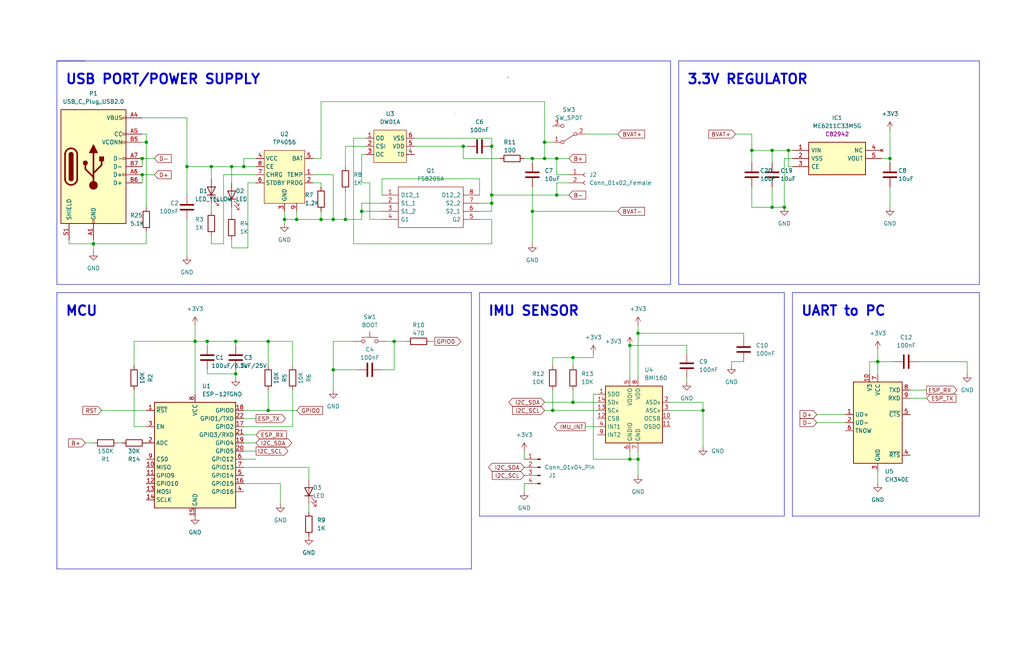
<source format=kicad_sch>
(kicad_sch (version 20230121) (generator eeschema)
  (paper "User" 320.015 210.007)
  (title_block (title "VR Controller") (date "2022-09-21"))
  (lib_symbols
    (symbol "Connector:Conn_01x02_Female" (pin_names (offset 1.016) hide)
      (property "Reference" "J" (at 0 2.54 0))
      (property "Value" "Conn_01x02_Female" (at 0 -5.08 0))
      (symbol "Conn_01x02_Female_1_1"
        (arc (start 0 -2.032) (mid -0.5058 -2.54) (end 0 -3.048) (stroke (width 0.1524)))
        (polyline (pts (xy -1.27 -2.54) (xy -0.508 -2.54)) (stroke (width 0.1524)))
        (polyline (pts (xy -1.27 0) (xy -0.508 0)) (stroke (width 0.1524)))
        (arc (start 0 0.508) (mid -0.5058 0) (end 0 -0.508) (stroke (width 0.1524)))
        (pin passive line (at -5.08 0 0) (length 3.81) (name "Pin_1") (number "1"))
        (pin passive line (at -5.08 -2.54 0) (length 3.81) (name "Pin_2") (number "2"))
      )
    )
    (symbol "Connector:Conn_01x04_Pin" (pin_names (offset 1.016) hide)
      (property "Reference" "J" (at 0 5.08 0))
      (property "Value" "Conn_01x04_Pin" (at 0 -7.62 0))
      (symbol "Conn_01x04_Pin_1_1"
        (polyline (pts (xy 1.27 -5.08) (xy 0.8636 -5.08)) (stroke (width 0.1524)))
        (polyline (pts (xy 1.27 -2.54) (xy 0.8636 -2.54)) (stroke (width 0.1524)))
        (polyline (pts (xy 1.27 0) (xy 0.8636 0)) (stroke (width 0.1524)))
        (polyline (pts (xy 1.27 2.54) (xy 0.8636 2.54)) (stroke (width 0.1524)))
        (rectangle (start 0.8636 -4.953) (end 0 -5.207) (stroke (width 0.1524)) (fill (type outline)))
        (rectangle (start 0.8636 -2.413) (end 0 -2.667) (stroke (width 0.1524)) (fill (type outline)))
        (rectangle (start 0.8636 0.127) (end 0 -0.127) (stroke (width 0.1524)) (fill (type outline)))
        (rectangle (start 0.8636 2.667) (end 0 2.413) (stroke (width 0.1524)) (fill (type outline)))
        (pin passive line (at 5.08 2.54 180) (length 3.81) (name "Pin_1") (number "1"))
        (pin passive line (at 5.08 0 180) (length 3.81) (name "Pin_2") (number "2"))
        (pin passive line (at 5.08 -2.54 180) (length 3.81) (name "Pin_3") (number "3"))
        (pin passive line (at 5.08 -5.08 180) (length 3.81) (name "Pin_4") (number "4"))
      )
    )
    (symbol "Connector:USB_C_Plug_USB2.0" (pin_names (offset 1.016))
      (property "Reference" "P1" (at 0 22.86 0))
      (property "Value" "USB_C_Plug_USB2.0" (at 0 20.32 0))
      (symbol "USB_C_Plug_USB2.0_0_0"
        (rectangle (start -0.254 -17.78) (end 0.254 -16.764))
        (rectangle (start 10.16 -2.286) (end 9.144 -2.794))
        (rectangle (start 10.16 2.794) (end 9.144 2.286))
        (rectangle (start 10.16 7.874) (end 9.144 7.366))
        (rectangle (start 10.16 10.414) (end 9.144 9.906))
        (rectangle (start 10.16 15.494) (end 9.144 14.986))
      )
      (symbol "USB_C_Plug_USB2.0_0_1"
        (rectangle (start -10.16 17.78) (end 10.16 -17.78) (stroke (width 0.254)) (fill (type background)))
        (arc (start -8.89 -3.81) (mid -6.985 -5.7067) (end -5.08 -3.81) (stroke (width 0.508)))
        (arc (start -7.62 -3.81) (mid -6.985 -4.4423) (end -6.35 -3.81) (stroke (width 0.254)))
        (arc (start -7.62 -3.81) (mid -6.985 -4.4423) (end -6.35 -3.81) (stroke (width 0.254)) (fill (type outline)))
        (rectangle (start -7.62 -3.81) (end -6.35 3.81) (stroke (width 0.254)) (fill (type outline)))
        (arc (start -6.35 3.81) (mid -6.985 4.4423) (end -7.62 3.81) (stroke (width 0.254)))
        (arc (start -6.35 3.81) (mid -6.985 4.4423) (end -7.62 3.81) (stroke (width 0.254)) (fill (type outline)))
        (arc (start -5.08 3.81) (mid -6.985 5.7067) (end -8.89 3.81) (stroke (width 0.508)))
        (circle (center -2.54 1.143) (radius 0.635) (stroke (width 0.254)) (fill (type outline)))
        (circle (center 0 -5.842) (radius 1.27) (fill (type outline)))
        (polyline (pts (xy -8.89 -3.81) (xy -8.89 3.81)) (stroke (width 0.508)))
        (polyline (pts (xy -5.08 3.81) (xy -5.08 -3.81)) (stroke (width 0.508)))
        (polyline (pts (xy 0 -5.842) (xy 0 4.318)) (stroke (width 0.508)))
        (polyline (pts (xy 0 -3.302) (xy -2.54 -0.762) (xy -2.54 0.508)) (stroke (width 0.508)))
        (polyline (pts (xy 0 -2.032) (xy 2.54 0.508) (xy 2.54 1.778)) (stroke (width 0.508)))
        (polyline (pts (xy -1.27 4.318) (xy 0 6.858) (xy 1.27 4.318) (xy -1.27 4.318)) (stroke (width 0.254)) (fill (type outline)))
        (rectangle (start 1.905 1.778) (end 3.175 3.048) (stroke (width 0.254)) (fill (type outline)))
      )
      (symbol "USB_C_Plug_USB2.0_1_1"
        (pin passive line (at 0 -22.86 90) (length 5.08) (name "GND") (number "A1"))
        (pin passive line (at 0 -22.86 90) (length 5.08) hide (name "GND") (number "A12"))
        (pin passive line (at 15.24 15.24 180) (length 5.08) (name "VBUS") (number "A4"))
        (pin bidirectional line (at 15.24 10.16 180) (length 5.08) (name "CC") (number "A5"))
        (pin bidirectional line (at 15.24 -2.54 180) (length 5.08) (name "D+") (number "A6"))
        (pin bidirectional line (at 15.24 2.54 180) (length 5.08) (name "D-") (number "A7"))
        (pin passive line (at 15.24 15.24 180) (length 5.08) hide (name "VBUS") (number "A9"))
        (pin passive line (at 0 -22.86 90) (length 5.08) hide (name "GND") (number "B1"))
        (pin passive line (at 0 -22.86 90) (length 5.08) hide (name "GND") (number "B12"))
        (pin passive line (at 15.24 15.24 180) (length 5.08) hide (name "VBUS") (number "B4"))
        (pin bidirectional line (at 15.24 7.62 180) (length 5.08) (name "VCONN") (number "B5"))
        (pin bidirectional line (at 15.24 -5.08 180) (length 5.08) (name "D+") (number "B6"))
        (pin bidirectional line (at 15.24 0 180) (length 5.08) (name "D-") (number "B7"))
        (pin passive line (at 15.24 15.24 180) (length 5.08) hide (name "VBUS") (number "B9"))
        (pin passive line (at -7.62 -22.86 90) (length 5.08) (name "SHIELD") (number "S1"))
      )
    )
    (symbol "Device:C" (pin_numbers hide) (pin_names (offset 0.254))
      (property "Reference" "C" (at 0.635 2.54 0))
      (property "Value" "C" (at 0.635 -2.54 0))
      (symbol "C_0_1"
        (polyline (pts (xy -2.032 -0.762) (xy 2.032 -0.762)) (stroke (width 0.508)))
        (polyline (pts (xy -2.032 0.762) (xy 2.032 0.762)) (stroke (width 0.508)))
      )
      (symbol "C_1_1"
        (pin passive line (at 0 3.81 270) (length 2.794) (name "~") (number "1"))
        (pin passive line (at 0 -3.81 90) (length 2.794) (name "~") (number "2"))
      )
    )
    (symbol "Device:LED" (pin_numbers hide) (pin_names (offset 1.016) hide)
      (property "Reference" "D" (at 0 2.54 0))
      (property "Value" "LED" (at 0 -2.54 0))
      (symbol "LED_0_1"
        (polyline (pts (xy -1.27 -1.27) (xy -1.27 1.27)) (stroke (width 0.254)))
        (polyline (pts (xy -1.27 0) (xy 1.27 0)))
        (polyline (pts (xy 1.27 -1.27) (xy 1.27 1.27) (xy -1.27 0) (xy 1.27 -1.27)) (stroke (width 0.254)))
        (polyline (pts (xy -3.048 -0.762) (xy -4.572 -2.286) (xy -3.81 -2.286) (xy -4.572 -2.286) (xy -4.572 -1.524)))
        (polyline (pts (xy -1.778 -0.762) (xy -3.302 -2.286) (xy -2.54 -2.286) (xy -3.302 -2.286) (xy -3.302 -1.524)))
      )
      (symbol "LED_1_1"
        (pin passive line (at -3.81 0 0) (length 2.54) (name "K") (number "1"))
        (pin passive line (at 3.81 0 180) (length 2.54) (name "A") (number "2"))
      )
    )
    (symbol "Device:R" (pin_numbers hide) (pin_names (offset 0))
      (property "Reference" "R" (at 2.032 0 90))
      (property "Value" "R" (at 0 0 90))
      (symbol "R_0_1"
        (rectangle (start -1.016 -2.54) (end 1.016 2.54) (stroke (width 0.254)))
      )
      (symbol "R_1_1"
        (pin passive line (at 0 3.81 270) (length 1.27) (name "~") (number "1"))
        (pin passive line (at 0 -3.81 90) (length 1.27) (name "~") (number "2"))
      )
    )
    (symbol "FS8205A:FS8205A" (pin_names (offset 0.762))
      (property "Reference" "Q?" (at 15.24 7.62 0))
      (property "Value" "FS8205A" (at 15.24 5.08 0))
      (symbol "FS8205A_0_0"
        (pin passive line (at 0 0 0) (length 5.08) (name "D12_1") (number "1"))
        (pin passive line (at 0 -2.54 0) (length 5.08) (name "S1_1") (number "2"))
        (pin passive line (at 0 -5.08 0) (length 5.08) (name "S1_2") (number "3"))
        (pin passive line (at 0 -7.62 0) (length 5.08) (name "G1") (number "4"))
        (pin passive line (at 30.48 -7.62 180) (length 5.08) (name "G2") (number "5"))
        (pin passive line (at 30.48 -5.08 180) (length 5.08) (name "S2_1") (number "6"))
        (pin passive line (at 30.48 -2.54 180) (length 5.08) (name "S2_2") (number "7"))
        (pin passive line (at 30.48 0 180) (length 5.08) (name "D12_2") (number "8"))
      )
      (symbol "FS8205A_0_1"
        (polyline (pts (xy 5.08 2.54) (xy 25.4 2.54) (xy 25.4 -10.16) (xy 5.08 -10.16) (xy 5.08 2.54)) (stroke (width 0.1524)))
      )
    )
    (symbol "Interface_USB:CH340E"
      (property "Reference" "U" (at -5.08 13.97 0))
      (property "Value" "CH340E" (at 1.27 13.97 0))
      (symbol "CH340E_0_1"
        (rectangle (start -7.62 12.7) (end 7.62 -12.7) (stroke (width 0.254)) (fill (type background)))
      )
      (symbol "CH340E_1_1"
        (pin bidirectional line (at -10.16 2.54 0) (length 2.54) (name "UD+") (number "1"))
        (pin passive line (at -2.54 15.24 270) (length 2.54) (name "V3") (number "10"))
        (pin bidirectional line (at -10.16 0 0) (length 2.54) (name "UD-") (number "2"))
        (pin power_in line (at 0 -15.24 90) (length 2.54) (name "GND") (number "3"))
        (pin output line (at 10.16 -10.16 180) (length 2.54) (name "~{RTS}") (number "4"))
        (pin input line (at 10.16 2.54 180) (length 2.54) (name "~{CTS}") (number "5"))
        (pin output line (at -10.16 -2.54 0) (length 2.54) (name "TNOW") (number "6"))
        (pin power_in line (at 0 15.24 270) (length 2.54) (name "VCC") (number "7"))
        (pin output line (at 10.16 10.16 180) (length 2.54) (name "TXD") (number "8"))
        (pin input line (at 10.16 7.62 180) (length 2.54) (name "RXD") (number "9"))
      )
    )
    (symbol "ME6211C33M5G:ME6211C33M5G" (pin_names (offset 0.762))
      (property "Reference" "IC" (at 24.13 7.62 0))
      (property "Value" "ME6211C33M5G" (at 24.13 5.08 0))
      (property "LCSC" "C82942" (at 0 0 0))
      (symbol "ME6211C33M5G_0_0"
        (pin passive line (at 0 0 0) (length 5.08) (name "VIN") (number "1"))
        (pin passive line (at 0 -2.54 0) (length 5.08) (name "VSS") (number "2"))
        (pin passive line (at 0 -5.08 0) (length 5.08) (name "CE") (number "3"))
        (pin no_connect line (at 27.94 0 180) (length 5.08) (name "NC") (number "4"))
        (pin passive line (at 27.94 -2.54 180) (length 5.08) (name "VOUT") (number "5"))
      )
      (symbol "ME6211C33M5G_0_1"
        (rectangle (start 5.08 2.54) (end 22.86 -7.62) (stroke (width 0.254)) (fill (type background)))
      )
    )
    (symbol "RF_Module:ESP-12F"
      (property "Reference" "U" (at -12.7 19.05 0))
      (property "Value" "ESP-12F" (at 12.7 19.05 0))
      (symbol "ESP-12F_0_1"
        (rectangle (start -12.7 17.78) (end 12.7 -15.24) (stroke (width 0.254)) (fill (type background)))
      )
      (symbol "ESP-12F_1_1"
        (pin input line (at -15.24 15.24 0) (length 2.54) (name "~{RST}") (number "1"))
        (pin bidirectional line (at -15.24 -2.54 0) (length 2.54) (name "MISO") (number "10"))
        (pin bidirectional line (at -15.24 -5.08 0) (length 2.54) (name "GPIO9") (number "11"))
        (pin bidirectional line (at -15.24 -7.62 0) (length 2.54) (name "GPIO10") (number "12"))
        (pin bidirectional line (at -15.24 -10.16 0) (length 2.54) (name "MOSI") (number "13"))
        (pin bidirectional line (at -15.24 -12.7 0) (length 2.54) (name "SCLK") (number "14"))
        (pin power_in line (at 0 -17.78 90) (length 2.54) (name "GND") (number "15"))
        (pin bidirectional line (at 15.24 -7.62 180) (length 2.54) (name "GPIO15") (number "16"))
        (pin bidirectional line (at 15.24 10.16 180) (length 2.54) (name "GPIO2") (number "17"))
        (pin bidirectional line (at 15.24 15.24 180) (length 2.54) (name "GPIO0") (number "18"))
        (pin bidirectional line (at 15.24 5.08 180) (length 2.54) (name "GPIO4") (number "19"))
        (pin input line (at -15.24 5.08 0) (length 2.54) (name "ADC") (number "2"))
        (pin bidirectional line (at 15.24 2.54 180) (length 2.54) (name "GPIO5") (number "20"))
        (pin bidirectional line (at 15.24 7.62 180) (length 2.54) (name "GPIO3/RXD") (number "21"))
        (pin bidirectional line (at 15.24 12.7 180) (length 2.54) (name "GPIO1/TXD") (number "22"))
        (pin input line (at -15.24 10.16 0) (length 2.54) (name "EN") (number "3"))
        (pin bidirectional line (at 15.24 -10.16 180) (length 2.54) (name "GPIO16") (number "4"))
        (pin bidirectional line (at 15.24 -5.08 180) (length 2.54) (name "GPIO14") (number "5"))
        (pin bidirectional line (at 15.24 0 180) (length 2.54) (name "GPIO12") (number "6"))
        (pin bidirectional line (at 15.24 -2.54 180) (length 2.54) (name "GPIO13") (number "7"))
        (pin power_in line (at 0 20.32 270) (length 2.54) (name "VCC") (number "8"))
        (pin input line (at -15.24 0 0) (length 2.54) (name "CS0") (number "9"))
      )
    )
    (symbol "Sensor_Motion:BMI160"
      (property "Reference" "U" (at -10.16 8.89 0))
      (property "Value" "BMI160" (at 7.62 8.89 0))
      (symbol "BMI160_1_1"
        (rectangle (start -10.16 7.62) (end 7.62 -10.16) (stroke (width 0.254)) (fill (type background)))
        (pin bidirectional line (at -12.7 5.08 0) (length 2.54) (name "SDO") (number "1"))
        (pin bidirectional line (at 10.16 -2.54 180) (length 2.54) (name "OCSB") (number "10"))
        (pin bidirectional line (at 10.16 -5.08 180) (length 2.54) (name "OSDO") (number "11"))
        (pin input line (at -12.7 -2.54 0) (length 2.54) (name "CSB") (number "12"))
        (pin input line (at -12.7 0 0) (length 2.54) (name "SCx") (number "13"))
        (pin bidirectional line (at -12.7 2.54 0) (length 2.54) (name "SDx") (number "14"))
        (pin bidirectional line (at 10.16 2.54 180) (length 2.54) (name "ASDx") (number "2"))
        (pin output line (at 10.16 0 180) (length 2.54) (name "ASCx") (number "3"))
        (pin bidirectional line (at -12.7 -5.08 0) (length 2.54) (name "INT1") (number "4"))
        (pin power_in line (at -2.54 10.16 270) (length 2.54) (name "VDDIO") (number "5"))
        (pin power_in line (at -2.54 -12.7 90) (length 2.54) (name "GNDIO") (number "6"))
        (pin power_in line (at 0 -12.7 90) (length 2.54) (name "GND") (number "7"))
        (pin power_in line (at 0 10.16 270) (length 2.54) (name "VDD") (number "8"))
        (pin bidirectional line (at -12.7 -7.62 0) (length 2.54) (name "INT2") (number "9"))
      )
    )
    (symbol "Switch:SW_Push" (pin_numbers hide) (pin_names (offset 1.016) hide)
      (property "Reference" "SW" (at 1.27 2.54 0))
      (property "Value" "SW_Push" (at 0 -1.524 0))
      (symbol "SW_Push_0_1"
        (circle (center -2.032 0) (radius 0.508))
        (polyline (pts (xy 0 1.27) (xy 0 3.048)))
        (polyline (pts (xy 2.54 1.27) (xy -2.54 1.27)))
        (circle (center 2.032 0) (radius 0.508))
        (pin passive line (at -5.08 0 0) (length 2.54) (name "1") (number "1"))
        (pin passive line (at 5.08 0 180) (length 2.54) (name "2") (number "2"))
      )
    )
    (symbol "Switch:SW_SPDT" (pin_names (offset 0) hide)
      (property "Reference" "SW" (at 0 4.318 0))
      (property "Value" "SW_SPDT" (at 0 -5.08 0))
      (symbol "SW_SPDT_0_0"
        (circle (center -2.032 0) (radius 0.508))
        (circle (center 2.032 -2.54) (radius 0.508))
      )
      (symbol "SW_SPDT_0_1"
        (polyline (pts (xy -1.524 0.254) (xy 1.651 2.286)))
        (circle (center 2.032 2.54) (radius 0.508))
      )
      (symbol "SW_SPDT_1_1"
        (pin passive line (at 5.08 2.54 180) (length 2.54) (name "A") (number "1"))
        (pin passive line (at -5.08 0 0) (length 2.54) (name "B") (number "2"))
        (pin passive line (at 5.08 -2.54 180) (length 2.54) (name "C") (number "3"))
      )
    )
    (symbol "TP4056:DW01A"
      (property "Reference" "U?" (at 0 10.16 0))
      (property "Value" "DW01A" (at 0 7.62 0))
      (symbol "DW01A_0_1"
        (rectangle (start -5.08 5.08) (end 5.08 -5.08) (fill (type background)))
        (rectangle (start 20.32 10.16) (end 20.32 10.16))
        (rectangle (start 36.83 21.59) (end 36.83 21.59))
        (rectangle (start 36.83 21.59) (end 36.83 21.59))
        (rectangle (start 36.83 21.59) (end 36.83 21.59))
        (rectangle (start 36.83 21.59) (end 36.83 21.59))
        (rectangle (start 36.83 21.59) (end 36.83 21.59))
        (rectangle (start 36.83 21.59) (end 36.83 21.59))
        (rectangle (start 36.83 21.59) (end 36.83 21.59))
        (rectangle (start 36.83 21.59) (end 36.83 21.59))
        (rectangle (start 36.83 21.59) (end 36.83 21.59))
        (rectangle (start 36.83 21.59) (end 36.83 21.59))
        (rectangle (start 36.83 21.59) (end 36.83 21.59))
        (rectangle (start 36.83 21.59) (end 36.83 21.59))
        (rectangle (start 36.83 21.59) (end 36.83 21.59))
        (rectangle (start 36.83 21.59) (end 36.83 21.59))
        (rectangle (start 36.83 21.59) (end 36.83 21.59))
        (rectangle (start 36.83 21.59) (end 36.83 21.59))
        (rectangle (start 36.83 21.59) (end 36.83 21.59))
        (rectangle (start 36.83 21.59) (end 36.83 21.59))
        (rectangle (start 36.83 21.59) (end 36.83 21.59))
        (rectangle (start 36.83 21.59) (end 36.83 21.59))
        (rectangle (start 36.83 21.59) (end 36.83 21.59))
        (rectangle (start 36.83 21.59) (end 36.83 21.59))
        (rectangle (start 36.83 21.59) (end 36.83 21.59))
        (rectangle (start 36.83 21.59) (end 36.83 21.59))
        (rectangle (start 36.83 21.59) (end 36.83 21.59))
      )
      (symbol "DW01A_1_1"
        (pin input line (at -7.62 2.54 0) (length 2.54) (name "OD") (number "1"))
        (pin input line (at -7.62 0 0) (length 2.54) (name "CSI") (number "2"))
        (pin input line (at -7.62 -2.54 0) (length 2.54) (name "OC") (number "3"))
        (pin output line (at 7.62 -2.54 180) (length 2.54) (name "TD") (number "4"))
        (pin output line (at 7.62 0 180) (length 2.54) (name "VDD") (number "5"))
        (pin output line (at 7.62 2.54 180) (length 2.54) (name "VSS") (number "6"))
      )
    )
    (symbol "TP4056:TP4056"
      (property "Reference" "U2" (at 0 11.43 0))
      (property "Value" "TP4056" (at 0 8.89 0))
      (symbol "TP4056_0_1"
        (rectangle (start -6.35 6.35) (end 6.35 -10.16) (fill (type background)))
      )
      (symbol "TP4056_1_1"
        (pin output line (at 8.89 -1.27 180) (length 2.54) (name "TEMP") (number "1"))
        (pin output line (at 8.89 -3.81 180) (length 2.54) (name "PROG") (number "2"))
        (pin output line (at 0 -12.7 90) (length 2.54) (name "GND") (number "3"))
        (pin input line (at -8.89 3.81 0) (length 2.54) (name "VCC") (number "4"))
        (pin output line (at 8.89 3.81 180) (length 2.54) (name "BAT") (number "5"))
        (pin input line (at -8.89 -3.81 0) (length 2.54) (name "STDBY") (number "6"))
        (pin input line (at -8.89 -1.27 0) (length 2.54) (name "CHRG") (number "7"))
        (pin input line (at -8.89 1.27 0) (length 2.54) (name "CE") (number "8"))
        (pin output line (at 3.81 -12.7 90) (length 2.54) (name "") (number "9") (alternate "" input line))
      )
    )
    (symbol "power:+3.3V" (power) (pin_names (offset 0))
      (property "Value" "+3.3V" (at 0 3.556 0))
      (symbol "+3.3V_0_1"
        (polyline (pts (xy -0.762 1.27) (xy 0 2.54)))
        (polyline (pts (xy 0 0) (xy 0 2.54)))
        (polyline (pts (xy 0 2.54) (xy 0.762 1.27)))
      )
      (symbol "+3.3V_1_1"
        (pin power_in line (at 0 0 90) (length 0) hide (name "+3V3") (number "1"))
      )
    )
    (symbol "power:GND" (power) (pin_names (offset 0))
      (property "Value" "GND" (at 0 -3.81 0))
      (symbol "GND_0_1"
        (polyline (pts (xy 0 0) (xy 0 -1.27) (xy 1.27 -1.27) (xy 0 -2.54) (xy -1.27 -1.27) (xy 0 -1.27)))
      )
      (symbol "GND_1_1"
        (pin power_in line (at 0 0 270) (length 0) hide (name "GND") (number "1"))
      )
    )
  )
  (junction (at 76.2 52.07))
  (junction (at 179.07 111.76))
  (junction (at 73.66 106.68))
  (junction (at 166.37 66.04))
  (junction (at 241.3 64.77))
  (junction (at 278.13 49.53))
  (junction (at 73.66 116.84))
  (junction (at 219.71 128.27))
  (junction (at 196.85 107.95))
  (junction (at 29.21 76.2))
  (junction (at 153.67 63.5))
  (junction (at 44.45 49.53))
  (junction (at 66.04 52.07))
  (junction (at 170.18 44.45))
  (junction (at 245.11 64.77))
  (junction (at 274.32 113.03))
  (junction (at 199.39 143.51))
  (junction (at 88.9 68.58))
  (junction (at 92.71 68.58))
  (junction (at 153.67 60.96))
  (junction (at 199.39 104.14))
  (junction (at 173.99 49.53))
  (junction (at 144.78 45.72))
  (junction (at 107.95 68.58))
  (junction (at 44.45 54.61))
  (junction (at 72.39 52.07))
  (junction (at 60.96 106.68))
  (junction (at 83.82 128.27))
  (junction (at 172.72 128.27))
  (junction (at 58.42 52.07))
  (junction (at 179.07 125.73))
  (junction (at 64.77 106.68))
  (junction (at 234.95 46.99))
  (junction (at 166.37 49.53))
  (junction (at 104.14 68.58))
  (junction (at 100.33 68.58))
  (junction (at 241.3 46.99))
  (junction (at 45.72 44.45))
  (junction (at 170.18 49.53))
  (junction (at 173.99 60.96))
  (junction (at 123.19 106.68))
  (junction (at 196.85 143.51))
  (junction (at 113.03 66.04))
  (junction (at 153.67 45.72))
  (junction (at 104.14 115.57))
  (junction (at 83.82 106.68))
  (junction (at 246.38 46.99))
  (wire (pts (xy 83.82 128.27) (xy 76.2 128.27)))
  (wire (pts (xy 144.78 45.72) (xy 146.05 45.72)))
  (wire (pts (xy 234.95 58.42) (xy 234.95 64.77)))
  (polyline (pts (xy 17.78 19.05) (xy 26.67 19.05)))
  (wire (pts (xy 129.54 43.18) (xy 153.67 43.18)))
  (wire (pts (xy 69.85 76.2) (xy 69.85 54.61)))
  (wire (pts (xy 100.33 66.04) (xy 100.33 68.58)))
  (wire (pts (xy 107.95 45.72) (xy 114.3 45.72)))
  (wire (pts (xy 100.33 49.53) (xy 100.33 31.75)))
  (polyline (pts (xy 306.07 161.29) (xy 306.07 91.44)))
  (wire (pts (xy 129.54 45.72) (xy 144.78 45.72)))
  (wire (pts (xy 228.6 114.3) (xy 228.6 113.03)))
  (wire (pts (xy 110.49 76.2) (xy 153.67 76.2)))
  (wire (pts (xy 44.45 49.53) (xy 44.45 52.07)))
  (wire (pts (xy 119.38 60.96) (xy 119.38 55.88)))
  (wire (pts (xy 199.39 101.6) (xy 199.39 104.14)))
  (wire (pts (xy 271.78 113.03) (xy 274.32 113.03)))
  (wire (pts (xy 104.14 54.61) (xy 104.14 68.58)))
  (wire (pts (xy 255.27 129.54) (xy 264.16 129.54)))
  (polyline (pts (xy 247.65 91.44) (xy 247.65 161.29)))
  (wire (pts (xy 73.66 115.57) (xy 73.66 116.84)))
  (polyline (pts (xy 212.09 19.05) (xy 306.07 19.05)))
  (wire (pts (xy 66.04 76.2) (xy 69.85 76.2)))
  (wire (pts (xy 170.18 125.73) (xy 179.07 125.73)))
  (wire (pts (xy 166.37 49.53) (xy 170.18 49.53)))
  (wire (pts (xy 278.13 58.42) (xy 278.13 64.77)))
  (polyline (pts (xy 17.78 19.05) (xy 209.55 19.05)))
  (wire (pts (xy 77.47 77.47) (xy 77.47 57.15)))
  (wire (pts (xy 172.72 111.76) (xy 179.07 111.76)))
  (wire (pts (xy 21.59 76.2) (xy 29.21 76.2)))
  (wire (pts (xy 179.07 114.3) (xy 179.07 111.76)))
  (wire (pts (xy 232.41 105.41) (xy 232.41 104.14)))
  (wire (pts (xy 100.33 68.58) (xy 92.71 68.58)))
  (wire (pts (xy 44.45 41.91) (xy 45.72 41.91)))
  (wire (pts (xy 83.82 121.92) (xy 83.82 128.27)))
  (wire (pts (xy 166.37 66.04) (xy 166.37 76.2)))
  (wire (pts (xy 245.11 49.53) (xy 245.11 64.77)))
  (wire (pts (xy 29.21 78.74) (xy 29.21 76.2)))
  (wire (pts (xy 44.45 44.45) (xy 45.72 44.45)))
  (wire (pts (xy 149.86 68.58) (xy 153.67 68.58)))
  (wire (pts (xy 114.3 48.26) (xy 113.03 48.26)))
  (wire (pts (xy 163.83 153.67) (xy 163.83 151.13)))
  (wire (pts (xy 114.3 43.18) (xy 110.49 43.18)))
  (wire (pts (xy 219.71 128.27) (xy 219.71 139.7)))
  (wire (pts (xy 100.33 31.75) (xy 170.18 31.75)))
  (wire (pts (xy 274.32 147.32) (xy 274.32 151.13)))
  (wire (pts (xy 100.33 57.15) (xy 100.33 58.42)))
  (wire (pts (xy 234.95 46.99) (xy 234.95 50.8)))
  (wire (pts (xy 76.2 52.07) (xy 80.01 52.07)))
  (wire (pts (xy 185.42 123.19) (xy 185.42 143.51)))
  (wire (pts (xy 119.38 115.57) (xy 123.19 115.57)))
  (wire (pts (xy 193.04 41.91) (xy 182.88 41.91)))
  (wire (pts (xy 113.03 63.5) (xy 113.03 66.04)))
  (wire (pts (xy 123.19 115.57) (xy 123.19 106.68)))
  (wire (pts (xy 88.9 66.04) (xy 88.9 68.58)))
  (wire (pts (xy 234.95 41.91) (xy 234.95 46.99)))
  (wire (pts (xy 284.48 124.46) (xy 289.56 124.46)))
  (wire (pts (xy 41.91 106.68) (xy 60.96 106.68)))
  (wire (pts (xy 41.91 114.3) (xy 41.91 106.68)))
  (wire (pts (xy 29.21 138.43) (xy 26.67 138.43)))
  (wire (pts (xy 166.37 58.42) (xy 166.37 66.04)))
  (wire (pts (xy 119.38 63.5) (xy 113.03 63.5)))
  (wire (pts (xy 241.3 46.99) (xy 246.38 46.99)))
  (wire (pts (xy 149.86 66.04) (xy 153.67 66.04)))
  (wire (pts (xy 64.77 106.68) (xy 64.77 107.95)))
  (wire (pts (xy 69.85 54.61) (xy 80.01 54.61)))
  (polyline (pts (xy 149.86 91.44) (xy 245.11 91.44)))
  (polyline (pts (xy 247.65 161.29) (xy 306.07 161.29)))
  (wire (pts (xy 83.82 106.68) (xy 73.66 106.68)))
  (wire (pts (xy 115.57 57.15) (xy 115.57 68.58)))
  (wire (pts (xy 64.77 116.84) (xy 73.66 116.84)))
  (wire (pts (xy 104.14 106.68) (xy 110.49 106.68)))
  (wire (pts (xy 185.42 143.51) (xy 196.85 143.51)))
  (wire (pts (xy 274.32 113.03) (xy 279.4 113.03)))
  (wire (pts (xy 153.67 60.96) (xy 173.99 60.96)))
  (wire (pts (xy 278.13 49.53) (xy 278.13 40.64)))
  (wire (pts (xy 153.67 45.72) (xy 153.67 60.96)))
  (wire (pts (xy 234.95 64.77) (xy 241.3 64.77)))
  (wire (pts (xy 199.39 143.51) (xy 199.39 148.59)))
  (wire (pts (xy 149.86 55.88) (xy 149.86 60.96)))
  (wire (pts (xy 173.99 60.96) (xy 177.8 60.96)))
  (wire (pts (xy 73.66 116.84) (xy 73.66 118.11)))
  (wire (pts (xy 170.18 31.75) (xy 170.18 44.45)))
  (wire (pts (xy 91.44 133.35) (xy 91.44 121.92)))
  (wire (pts (xy 92.71 66.04) (xy 92.71 68.58)))
  (wire (pts (xy 177.8 57.15) (xy 173.99 57.15)))
  (wire (pts (xy 58.42 52.07) (xy 58.42 60.96)))
  (wire (pts (xy 45.72 41.91) (xy 45.72 44.45)))
  (wire (pts (xy 41.91 133.35) (xy 45.72 133.35)))
  (wire (pts (xy 199.39 104.14) (xy 199.39 118.11)))
  (wire (pts (xy 302.26 113.03) (xy 302.26 116.84)))
  (wire (pts (xy 163.83 140.97) (xy 163.83 143.51)))
  (polyline (pts (xy 209.55 19.05) (xy 209.55 88.9)))
  (wire (pts (xy 113.03 48.26) (xy 113.03 57.15)))
  (wire (pts (xy 172.72 114.3) (xy 172.72 111.76)))
  (wire (pts (xy 45.72 76.2) (xy 29.21 76.2)))
  (wire (pts (xy 58.42 36.83) (xy 58.42 52.07)))
  (wire (pts (xy 113.03 57.15) (xy 115.57 57.15)))
  (wire (pts (xy 199.39 140.97) (xy 199.39 143.51)))
  (polyline (pts (xy 17.78 91.44) (xy 17.78 177.8)))
  (wire (pts (xy 229.87 41.91) (xy 234.95 41.91)))
  (wire (pts (xy 44.45 36.83) (xy 58.42 36.83)))
  (wire (pts (xy 80.01 135.89) (xy 76.2 135.89)))
  (wire (pts (xy 104.14 115.57) (xy 104.14 106.68)))
  (wire (pts (xy 255.27 132.08) (xy 264.16 132.08)))
  (wire (pts (xy 173.99 54.61) (xy 173.99 49.53)))
  (polyline (pts (xy 17.78 88.9) (xy 17.78 19.05)))
  (polyline (pts (xy 209.55 88.9) (xy 17.78 88.9)))
  (wire (pts (xy 104.14 121.92) (xy 104.14 115.57)))
  (wire (pts (xy 196.85 143.51) (xy 199.39 143.51)))
  (wire (pts (xy 83.82 114.3) (xy 83.82 106.68)))
  (wire (pts (xy 166.37 66.04) (xy 193.04 66.04)))
  (wire (pts (xy 173.99 57.15) (xy 173.99 60.96)))
  (wire (pts (xy 107.95 59.69) (xy 107.95 68.58)))
  (polyline (pts (xy 149.86 161.29) (xy 245.11 161.29)))
  (wire (pts (xy 80.01 49.53) (xy 76.2 49.53)))
  (wire (pts (xy 120.65 106.68) (xy 123.19 106.68)))
  (polyline (pts (xy 212.09 88.9) (xy 306.07 88.9)))
  (polyline (pts (xy 212.09 19.05) (xy 212.09 88.9)))
  (wire (pts (xy 186.69 123.19) (xy 185.42 123.19)))
  (wire (pts (xy 97.79 49.53) (xy 100.33 49.53)))
  (wire (pts (xy 166.37 49.53) (xy 166.37 50.8)))
  (wire (pts (xy 144.78 49.53) (xy 144.78 45.72)))
  (polyline (pts (xy 17.78 91.44) (xy 147.32 91.44)))
  (wire (pts (xy 209.55 128.27) (xy 219.71 128.27)))
  (wire (pts (xy 271.78 116.84) (xy 271.78 113.03)))
  (wire (pts (xy 96.52 157.48) (xy 96.52 160.02)))
  (wire (pts (xy 76.2 140.97) (xy 80.01 140.97)))
  (wire (pts (xy 246.38 52.07) (xy 246.38 46.99)))
  (wire (pts (xy 73.66 107.95) (xy 73.66 106.68)))
  (wire (pts (xy 287.02 113.03) (xy 302.26 113.03)))
  (wire (pts (xy 107.95 68.58) (xy 104.14 68.58)))
  (wire (pts (xy 76.2 133.35) (xy 91.44 133.35)))
  (wire (pts (xy 119.38 55.88) (xy 149.86 55.88)))
  (wire (pts (xy 44.45 54.61) (xy 48.26 54.61)))
  (polyline (pts (xy 245.11 161.29) (xy 245.11 91.44)))
  (wire (pts (xy 241.3 64.77) (xy 245.11 64.77)))
  (wire (pts (xy 91.44 106.68) (xy 83.82 106.68)))
  (wire (pts (xy 284.48 121.92) (xy 289.56 121.92)))
  (wire (pts (xy 104.14 115.57) (xy 111.76 115.57)))
  (wire (pts (xy 97.79 57.15) (xy 100.33 57.15)))
  (wire (pts (xy 135.89 106.68) (xy 134.62 106.68)))
  (wire (pts (xy 228.6 113.03) (xy 232.41 113.03)))
  (wire (pts (xy 58.42 68.58) (xy 58.42 80.01)))
  (wire (pts (xy 91.44 114.3) (xy 91.44 106.68)))
  (wire (pts (xy 97.79 54.61) (xy 104.14 54.61)))
  (wire (pts (xy 156.21 49.53) (xy 144.78 49.53)))
  (wire (pts (xy 60.96 101.6) (xy 60.96 106.68)))
  (wire (pts (xy 72.39 52.07) (xy 76.2 52.07)))
  (wire (pts (xy 196.85 118.11) (xy 196.85 107.95)))
  (wire (pts (xy 87.63 151.13) (xy 76.2 151.13)))
  (wire (pts (xy 173.99 49.53) (xy 177.8 49.53)))
  (polyline (pts (xy 247.65 91.44) (xy 306.07 91.44)))
  (wire (pts (xy 153.67 45.72) (xy 153.67 43.18)))
  (wire (pts (xy 88.9 68.58) (xy 88.9 69.85)))
  (wire (pts (xy 170.18 49.53) (xy 173.99 49.53)))
  (wire (pts (xy 96.52 146.05) (xy 96.52 149.86)))
  (wire (pts (xy 179.07 121.92) (xy 179.07 125.73)))
  (wire (pts (xy 21.59 74.93) (xy 21.59 76.2)))
  (wire (pts (xy 72.39 77.47) (xy 77.47 77.47)))
  (wire (pts (xy 58.42 52.07) (xy 66.04 52.07)))
  (wire (pts (xy 66.04 52.07) (xy 72.39 52.07)))
  (wire (pts (xy 274.32 109.22) (xy 274.32 113.03)))
  (wire (pts (xy 77.47 57.15) (xy 80.01 57.15)))
  (wire (pts (xy 64.77 106.68) (xy 73.66 106.68)))
  (wire (pts (xy 44.45 49.53) (xy 48.26 49.53)))
  (wire (pts (xy 177.8 54.61) (xy 173.99 54.61)))
  (wire (pts (xy 76.2 146.05) (xy 96.52 146.05)))
  (wire (pts (xy 185.42 110.49) (xy 185.42 111.76)))
  (wire (pts (xy 219.71 125.73) (xy 219.71 128.27)))
  (polyline (pts (xy 147.32 177.8) (xy 147.32 91.44)))
  (wire (pts (xy 153.67 63.5) (xy 153.67 60.96)))
  (polyline (pts (xy 17.78 177.8) (xy 147.32 177.8)))
  (wire (pts (xy 72.39 74.93) (xy 72.39 77.47)))
  (wire (pts (xy 92.71 68.58) (xy 88.9 68.58)))
  (wire (pts (xy 170.18 44.45) (xy 172.72 44.45)))
  (wire (pts (xy 66.04 73.66) (xy 66.04 76.2)))
  (wire (pts (xy 149.86 63.5) (xy 153.67 63.5)))
  (wire (pts (xy 41.91 121.92) (xy 41.91 133.35)))
  (wire (pts (xy 80.01 130.81) (xy 76.2 130.81)))
  (wire (pts (xy 153.67 76.2) (xy 153.67 68.58)))
  (wire (pts (xy 246.38 46.99) (xy 247.65 46.99)))
  (wire (pts (xy 241.3 46.99) (xy 241.3 50.8)))
  (wire (pts (xy 247.65 52.07) (xy 246.38 52.07)))
  (wire (pts (xy 110.49 43.18) (xy 110.49 76.2)))
  (wire (pts (xy 186.69 133.35) (xy 182.88 133.35)))
  (polyline (pts (xy 306.07 88.9) (xy 306.07 19.05)))
  (wire (pts (xy 76.2 138.43) (xy 80.01 138.43)))
  (wire (pts (xy 45.72 72.39) (xy 45.72 76.2)))
  (wire (pts (xy 29.21 76.2) (xy 29.21 74.93)))
  (wire (pts (xy 275.59 49.53) (xy 278.13 49.53)))
  (wire (pts (xy 115.57 68.58) (xy 119.38 68.58)))
  (wire (pts (xy 92.71 128.27) (xy 83.82 128.27)))
  (wire (pts (xy 163.83 49.53) (xy 166.37 49.53)))
  (wire (pts (xy 64.77 116.84) (xy 64.77 115.57)))
  (wire (pts (xy 80.01 143.51) (xy 76.2 143.51)))
  (wire (pts (xy 172.72 128.27) (xy 186.69 128.27)))
  (wire (pts (xy 214.63 107.95) (xy 214.63 110.49)))
  (wire (pts (xy 153.67 66.04) (xy 153.67 63.5)))
  (wire (pts (xy 199.39 104.14) (xy 232.41 104.14)))
  (wire (pts (xy 104.14 68.58) (xy 100.33 68.58)))
  (wire (pts (xy 123.19 106.68) (xy 127 106.68)))
  (wire (pts (xy 209.55 125.73) (xy 219.71 125.73)))
  (wire (pts (xy 179.07 111.76) (xy 185.42 111.76)))
  (wire (pts (xy 87.63 157.48) (xy 87.63 151.13)))
  (polyline (pts (xy 149.86 91.44) (xy 149.86 161.29)))
  (wire (pts (xy 172.72 121.92) (xy 172.72 128.27)))
  (wire (pts (xy 196.85 107.95) (xy 214.63 107.95)))
  (wire (pts (xy 179.07 125.73) (xy 186.69 125.73)))
  (wire (pts (xy 234.95 46.99) (xy 241.3 46.99)))
  (wire (pts (xy 38.1 138.43) (xy 36.83 138.43)))
  (wire (pts (xy 170.18 44.45) (xy 170.18 49.53)))
  (wire (pts (xy 66.04 63.5) (xy 66.04 66.04)))
  (wire (pts (xy 44.45 54.61) (xy 44.45 57.15)))
  (wire (pts (xy 278.13 49.53) (xy 278.13 50.8)))
  (wire (pts (xy 113.03 66.04) (xy 119.38 66.04)))
  (wire (pts (xy 196.85 140.97) (xy 196.85 143.51)))
  (wire (pts (xy 66.04 55.88) (xy 66.04 52.07)))
  (wire (pts (xy 76.2 49.53) (xy 76.2 52.07)))
  (wire (pts (xy 274.32 113.03) (xy 274.32 116.84)))
  (wire (pts (xy 170.18 128.27) (xy 172.72 128.27)))
  (wire (pts (xy 64.77 106.68) (xy 60.96 106.68)))
  (wire (pts (xy 72.39 57.15) (xy 72.39 52.07)))
  (wire (pts (xy 214.63 119.38) (xy 214.63 118.11)))
  (wire (pts (xy 113.03 66.04) (xy 113.03 68.58)))
  (wire (pts (xy 241.3 58.42) (xy 241.3 64.77)))
  (wire (pts (xy 45.72 44.45) (xy 45.72 64.77)))
  (wire (pts (xy 247.65 49.53) (xy 245.11 49.53)))
  (wire (pts (xy 107.95 52.07) (xy 107.95 45.72)))
  (wire (pts (xy 31.75 128.27) (xy 45.72 128.27)))
  (wire (pts (xy 60.96 106.68) (xy 60.96 123.19)))
  (wire (pts (xy 107.95 68.58) (xy 113.03 68.58)))
  (wire (pts (xy 72.39 64.77) (xy 72.39 67.31)))
  (text "USB PORT/POWER SUPPLY" (at 20.32 26.67 0) (effects (font (size 3 3) (thickness 0.6) bold) (justify left bottom)))
  (text "MCU" (at 20.32 99.06 0) (effects (font (size 3 3) (thickness 0.6) bold) (justify left bottom)))
  (text "IMU SENSOR" (at 152.4 99.06 0) (effects (font (size 3 3) (thickness 0.6) bold) (justify left bottom)))
  (text "3.3V REGULATOR" (at 214.63 26.67 0) (effects (font (size 3 3) (thickness 0.6) bold) (justify left bottom)))
  (text "UART to PC" (at 250.19 99.06 0) (effects (font (size 3 3) (thickness 0.6) bold) (justify left bottom)))
  (global_label "D-" (shape input) (at 255.27 132.08 180) (property "Intersheetrefs" "${INTERSHEET_REFS}" (effects hide)))
  (global_label "GPIO0" (shape output) (at 135.89 106.68 0) (property "Intersheetrefs" "${INTERSHEET_REFS}" (effects hide)))
  (global_label "RST" (shape input) (at 31.75 128.27 180) (property "Intersheetrefs" "${INTERSHEET_REFS}" (effects hide)))
  (global_label "I2C_SCL" (shape output) (at 80.01 140.97 0) (property "Intersheetrefs" "${INTERSHEET_REFS}" (effects hide)))
  (global_label "I2C_SCL" (shape input) (at 163.83 148.59 180) (property "Intersheetrefs" "${INTERSHEET_REFS}" (effects hide)))
  (global_label "ESP_RX" (shape output) (at 289.56 121.92 0) (property "Intersheetrefs" "${INTERSHEET_REFS}" (effects hide)))
  (global_label "I2C_SDA" (shape bidirectional) (at 80.01 138.43 0) (property "Intersheetrefs" "${INTERSHEET_REFS}" (effects hide)))
  (global_label "B+" (shape input) (at 177.8 49.53 0) (property "Intersheetrefs" "${INTERSHEET_REFS}" (effects hide)))
  (global_label "GPIO0" (shape input) (at 92.71 128.27 0) (property "Intersheetrefs" "${INTERSHEET_REFS}" (effects hide)))
  (global_label "IMU_INT" (shape output) (at 182.88 133.35 180) (property "Intersheetrefs" "${INTERSHEET_REFS}" (effects hide)))
  (global_label "I2C_SDA" (shape bidirectional) (at 170.18 125.73 180) (property "Intersheetrefs" "${INTERSHEET_REFS}" (effects hide)))
  (global_label "ESP_TX" (shape input) (at 289.56 124.46 0) (property "Intersheetrefs" "${INTERSHEET_REFS}" (effects hide)))
  (global_label "D-" (shape input) (at 48.26 49.53 0) (property "Intersheetrefs" "${INTERSHEET_REFS}" (effects hide)))
  (global_label "ESP_RX" (shape input) (at 80.01 135.89 0) (property "Intersheetrefs" "${INTERSHEET_REFS}" (effects hide)))
  (global_label "ESP_TX" (shape output) (at 80.01 130.81 0) (property "Intersheetrefs" "${INTERSHEET_REFS}" (effects hide)))
  (global_label "BVAT-" (shape input) (at 193.04 66.04 0) (property "Intersheetrefs" "${INTERSHEET_REFS}" (effects hide)))
  (global_label "I2C_SCL" (shape input) (at 170.18 128.27 180) (property "Intersheetrefs" "${INTERSHEET_REFS}" (effects hide)))
  (global_label "D+" (shape input) (at 255.27 129.54 180) (property "Intersheetrefs" "${INTERSHEET_REFS}" (effects hide)))
  (global_label "D+" (shape input) (at 48.26 54.61 0) (property "Intersheetrefs" "${INTERSHEET_REFS}" (effects hide)))
  (global_label "BVAT+" (shape input) (at 229.87 41.91 180) (property "Intersheetrefs" "${INTERSHEET_REFS}" (effects hide)))
  (global_label "BVAT+" (shape input) (at 193.04 41.91 0) (property "Intersheetrefs" "${INTERSHEET_REFS}" (effects hide)))
  (global_label "B-" (shape input) (at 177.8 60.96 0) (property "Intersheetrefs" "${INTERSHEET_REFS}" (effects hide)))
  (global_label "B+" (shape input) (at 26.67 138.43 180) (property "Intersheetrefs" "${INTERSHEET_REFS}" (effects hide)))
  (global_label "I2C_SDA" (shape bidirectional) (at 163.83 146.05 180) (property "Intersheetrefs" "${INTERSHEET_REFS}" (effects hide)))
  (symbol (lib_id "Device:C") (at 73.66 111.76 0) (unit 1)
    (property "Reference" "C3" (at 76.2 111.76 0) (effects (justify left)))
    (property "Value" "1uF/25V" (at 74.93 114.3 0) (effects (justify left)))
    (property "Footprint" "Capacitor_SMD:C_0402_1005Metric" (effects hide))
    (property "LCSC" "C52923" (effects hide))
  )
  (symbol (lib_id "power:GND") (at 219.71 139.7 0) (unit 1)
    (property "Reference" "#PWR041" (effects hide))
    (property "Value" "GND" (at 222.25 140.9699 0) (effects (justify left)))
  )
  (symbol (lib_id "power:GND") (at 274.32 151.13 0) (unit 1)
    (property "Reference" "#PWR020" (effects hide))
    (property "Value" "GND" (at 274.32 156.21 0))
  )
  (symbol (lib_id "Device:C") (at 58.42 64.77 0) (unit 1)
    (property "Reference" "C2" (at 55.88 63.5 0) (effects (justify right)))
    (property "Value" "100nF" (at 55.88 66.04 0) (effects (justify right)))
    (property "Footprint" "Capacitor_SMD:C_0402_1005Metric" (effects hide))
    (property "LCSC" "C1525" (effects hide))
  )
  (symbol (lib_id "Device:R") (at 179.07 118.11 0) (unit 1)
    (property "Reference" "R13" (at 181.61 116.8399 0) (effects (justify left)))
    (property "Value" "10K" (at 181.61 119.3799 0) (effects (justify left)))
    (property "Footprint" "Resistor_SMD:R_0402_1005Metric" (effects hide))
    (property "LCSC" "C25744" (effects hide))
  )
  (symbol (lib_id "Device:R") (at 91.44 118.11 0) (unit 1)
    (property "Reference" "R6" (at 96.52 118.11 90))
    (property "Value" "10K" (at 93.98 118.11 90))
    (property "Footprint" "Resistor_SMD:R_0402_1005Metric" (effects hide))
    (property "LCSC" "C25744" (effects hide))
  )
  (symbol (lib_id "power:GND") (at 104.14 121.92 0) (unit 1)
    (property "Reference" "#PWR08" (effects hide))
    (property "Value" "GND" (at 104.14 127 0))
  )
  (symbol (lib_id "power:GND") (at 163.83 153.67 0) (unit 1)
    (property "Reference" "#PWR05" (effects hide))
    (property "Value" "GND" (at 163.83 158.75 0))
  )
  (symbol (lib_id "power:+3.3V") (at 60.96 101.6 0) (unit 1)
    (property "Reference" "#PWR011" (effects hide))
    (property "Value" "+3.3V" (at 60.96 96.52 0))
  )
  (symbol (lib_id "power:+3.3V") (at 199.39 101.6 0) (unit 1)
    (property "Reference" "#PWR038" (effects hide))
    (property "Value" "+3.3V" (at 199.39 96.52 0))
  )
  (symbol (lib_id "FS8205A:FS8205A") (at 119.38 60.96 0) (unit 1)
    (property "Reference" "Q1" (at 134.62 53.34 0))
    (property "Value" "FS8205A" (at 134.62 55.88 0))
    (property "Footprint" "KiCad:SOP65P640X120-8N" (effects hide))
    (property "Datasheet" "http://www.ic-fortune.com/upload/Download/FS8205A-DS-12_EN.pdf" (effects hide))
    (property "Description" "Dual N-Channel Enahncement Mode Power MOSFET" (effects hide))
    (property "Height" "1.2" (effects hide))
    (property "Manufacturer_Name" "fortune" (effects hide))
    (property "Manufacturer_Part_Number" "FS8205A" (effects hide))
    (property "LCSC" "C16052" (effects hide))
    (property "JLCPCB_CORRECTION" "0;0;270" (effects hide))
  )
  (symbol (lib_id "power:GND") (at 73.66 118.11 0) (unit 1)
    (property "Reference" "#PWR015" (effects hide))
    (property "Value" "GND" (at 73.66 123.19 0))
  )
  (symbol (lib_id "ME6211C33M5G:ME6211C33M5G") (at 247.65 46.99 0) (unit 1)
    (property "Reference" "IC1" (at 261.62 36.83 0))
    (property "Value" "ME6211C33M5G" (at 261.62 39.37 0))
    (property "Footprint" "ME6211C33M5G:SOT95P282X145-5N" (effects hide))
    (property "Description" "High Speed LDO Regulators, High PSRR, Low noise, ME6211 Series" (effects hide))
    (property "Height" "1.45" (effects hide))
    (property "Manufacturer_Name" "Microne" (effects hide))
    (property "Manufacturer_Part_Number" "ME6211C33M5G" (effects hide))
    (property "LCSC" "C82942" (at 261.62 41.91 0))
    (property "JLCPCB_CORRECTION" "0;0;270" (effects hide))
  )
  (symbol (lib_id "Device:C") (at 241.3 54.61 0) (unit 1)
    (property "Reference" "C19" (at 243.84 53.34 0) (effects (justify left)))
    (property "Value" "10uF" (at 243.84 55.88 0) (effects (justify left)))
    (property "Footprint" "Capacitor_SMD:C_0402_1005Metric" (effects hide))
    (property "LCSC" "C15525" (effects hide))
  )
  (symbol (lib_id "TP4056:DW01A") (at 121.92 45.72 0) (unit 1)
    (property "Reference" "U3" (at 121.92 35.56 0))
    (property "Value" "DW01A" (at 121.92 38.1 0))
    (property "Footprint" "Package_TO_SOT_SMD:SOT-23-6" (effects hide))
    (property "LCSC" "C61503" (effects hide))
    (property "JLCPCB_CORRECTION" "0;0;180" (effects hide))
  )
  (symbol (lib_id "power:GND") (at 29.21 78.74 0) (unit 1)
    (property "Reference" "#PWR03" (effects hide))
    (property "Value" "GND" (at 29.21 83.82 0))
  )
  (symbol (lib_id "Connector:USB_C_Plug_USB2.0") (at 29.21 52.07 0) (unit 1)
    (property "Reference" "P1" (at 29.21 29.21 0))
    (property "Value" "USB_C_Plug_USB2.0" (at 29.21 31.75 0))
    (property "Footprint" "Connector_USB:USB_C_Receptacle_HRO_TYPE-C-31-M-12" (effects hide))
    (property "Datasheet" "https://www.usb.org/sites/default/files/documents/usb_type-c.zip" (effects hide))
    (property "LCSC" "C167321" (effects hide))
  )
  (symbol (lib_id "power:GND") (at 278.13 64.77 0) (unit 1)
    (property "Reference" "#PWR014" (effects hide))
    (property "Value" "GND" (at 278.13 69.85 0))
  )
  (symbol (lib_id "Device:R") (at 83.82 118.11 0) (unit 1)
    (property "Reference" "R5" (at 88.9 118.11 90))
    (property "Value" "10K" (at 86.36 118.11 90))
    (property "Footprint" "Resistor_SMD:R_0402_1005Metric" (effects hide))
    (property "LCSC" "C25744" (effects hide))
  )
  (symbol (lib_id "Sensor_Motion:BMI160") (at 199.39 128.27 0) (unit 1)
    (property "Reference" "U4" (at 201.4094 115.57 0) (effects (justify left)))
    (property "Value" "BMI160" (at 201.4094 118.11 0) (effects (justify left)))
    (property "Footprint" "Package_LGA:Bosch_LGA-14_3x2.5mm_P0.5mm" (effects hide))
    (property "Datasheet" "https://ae-bst.resource.bosch.com/media/_tech/media/datasheets/BST-BMI160-DS000.pdf" (effects hide))
    (property "LCSC" "C94021" (effects hide))
    (property "JLCPCB_CORRECTION" "0;0;270" (effects hide))
  )
  (symbol (lib_id "Interface_USB:CH340E") (at 274.32 132.08 0) (unit 1)
    (property "Reference" "U5" (at 276.5141 147.32 0) (effects (justify left)))
    (property "Value" "CH340E" (at 276.5141 149.86 0) (effects (justify left)))
    (property "Footprint" "Package_SO:MSOP-10_3x3mm_P0.5mm" (effects hide))
    (property "Datasheet" "https://www.mpja.com/download/35227cpdata.pdf" (effects hide))
    (property "LCSC" "C99652" (effects hide))
    (property "JLCPCB_CORRECTION" "0;0;270" (effects hide))
  )
  (symbol (lib_id "Switch:SW_Push") (at 115.57 106.68 0) (unit 1)
    (property "Reference" "SW1" (at 115.57 99.06 0))
    (property "Value" "BOOT" (at 115.57 101.6 0))
    (property "Footprint" "Button_Switch_SMD:SW_SPST_SKQG_WithoutStem" (effects hide))
    (property "LCSC" "C318884" (effects hide))
  )
  (symbol (lib_id "Device:C") (at 115.57 115.57 90) (unit 1)
    (property "Reference" "C4" (at 115.57 109.22 90))
    (property "Value" "100nF" (at 115.57 111.76 90))
    (property "Footprint" "Capacitor_SMD:C_0402_1005Metric" (effects hide))
    (property "LCSC" "C1525" (effects hide))
  )
  (symbol (lib_id "TP4056:TP4056") (at 88.9 53.34 0) (unit 1)
    (property "Reference" "U2" (at 88.9 41.91 0))
    (property "Value" "TP4056" (at 88.9 44.45 0))
    (property "Footprint" "Package_SO:HSOP-8-1EP_3.9x4.9mm_P1.27mm_EP2.41x3.1mm" (effects hide))
    (property "LCSC" "C16581" (effects hide))
    (property "JLCPCB_CORRECTION" "0;0;270" (effects hide))
  )
  (symbol (lib_id "Device:R") (at 172.72 118.11 0) (unit 1)
    (property "Reference" "R12" (at 170.18 116.8399 0) (effects (justify right)))
    (property "Value" "10K" (at 170.18 119.3799 0) (effects (justify right)))
    (property "Footprint" "Resistor_SMD:R_0402_1005Metric" (effects hide))
    (property "LCSC" "C25744" (effects hide))
  )
  (symbol (lib_id "power:+3.3V") (at 274.32 109.22 0) (unit 1)
    (property "Reference" "#PWR019" (effects hide))
    (property "Value" "+3.3V" (at 274.32 104.14 0))
  )
  (symbol (lib_id "Switch:SW_SPDT") (at 177.8 41.91 180) (unit 1)
    (property "Reference" "SW3" (at 177.8 34.29 0))
    (property "Value" "SW_SPDT" (at 177.8 36.83 0))
    (property "Footprint" "Button_Switch_SMD:SW_SPDT_PCM12" (effects hide))
    (property "LCSC" "C319019" (effects hide))
  )
  (symbol (lib_id "Device:C") (at 278.13 54.61 0) (unit 1)
    (property "Reference" "C8" (at 280.67 53.34 0) (effects (justify left)))
    (property "Value" "10uF" (at 280.67 55.88 0) (effects (justify left)))
    (property "Footprint" "Capacitor_SMD:C_0402_1005Metric" (effects hide))
    (property "LCSC" "C15525" (effects hide))
  )
  (symbol (lib_id "Device:R") (at 45.72 68.58 0) (unit 1)
    (property "Reference" "R25" (at 40.64 67.31 0) (effects (justify left)))
    (property "Value" "5.1K" (at 40.64 69.85 0) (effects (justify left)))
    (property "Footprint" "Resistor_SMD:R_0402_1005Metric" (effects hide))
    (property "LCSC" "C25905" (effects hide))
  )
  (symbol (lib_id "Device:R") (at 72.39 71.12 0) (unit 1)
    (property "Reference" "R4" (at 74.93 69.8499 0) (effects (justify left)))
    (property "Value" "1K" (at 74.93 72.3899 0) (effects (justify left)))
    (property "Footprint" "Resistor_SMD:R_0402_1005Metric" (effects hide))
    (property "LCSC" "C11702" (effects hide))
  )
  (symbol (lib_id "power:GND") (at 228.6 114.3 0) (unit 1)
    (property "Reference" "#PWR042" (effects hide))
    (property "Value" "GND" (at 228.6 119.38 0))
  )
  (symbol (lib_id "Device:R") (at 100.33 62.23 0) (unit 1)
    (property "Reference" "R7" (at 95.25 60.96 0) (effects (justify left)))
    (property "Value" "1.2K" (at 95.25 63.5 0) (effects (justify left)))
    (property "Footprint" "Resistor_SMD:R_0603_1608Metric" (effects hide))
    (property "LCSC" "C22765" (effects hide))
  )
  (symbol (lib_id "power:GND") (at 60.96 161.29 0) (unit 1)
    (property "Reference" "#PWR012" (effects hide))
    (property "Value" "GND" (at 60.96 166.37 0))
  )
  (symbol (lib_id "Connector:Conn_01x02_Female") (at 182.88 54.61 0) (unit 1)
    (property "Reference" "J2" (at 184.15 54.6099 0) (effects (justify left)))
    (property "Value" "Conn_01x02_Female" (at 184.15 57.1499 0) (effects (justify left)))
    (property "Footprint" "Connector_Molex:Molex_PicoBlade_53261-0271_1x02-1MP_P1.25mm_Horizontal" (effects hide))
    (property "LCSC" "C189700" (effects hide))
    (property "JLCPCB_CORRECTION" "0;0;180" (effects hide))
  )
  (symbol (lib_id "Connector:Conn_01x04_Pin") (at 168.91 146.05 0) (mirror y) (unit 1)
    (property "Reference" "J1" (at 171.45 148.59 0) (effects (justify right)))
    (property "Value" "Conn_01x04_Pin" (at 170.18 146.05 0) (effects (justify right)))
    (property "Footprint" "Connector_JST:JST_PH_S4B-PH-K_1x04_P2.00mm_Horizontal" (effects hide))
    (property "LCSC" "C157926" (effects hide))
  )
  (symbol (lib_id "power:GND") (at 88.9 69.85 0) (unit 1)
    (property "Reference" "#PWR07" (effects hide))
    (property "Value" "GND" (at 88.9 74.93 0))
  )
  (symbol (lib_id "Device:R") (at 130.81 106.68 90) (unit 1)
    (property "Reference" "R10" (at 130.81 101.6 90))
    (property "Value" "470" (at 130.81 104.14 90))
    (property "Footprint" "Resistor_SMD:R_0402_1005Metric" (effects hide))
    (property "LCSC" "C25117" (effects hide))
  )
  (symbol (lib_id "power:GND") (at 166.37 76.2 0) (unit 1)
    (property "Reference" "#PWR010" (effects hide))
    (property "Value" "GND" (at 166.37 81.28 0))
  )
  (symbol (lib_id "power:GND") (at 245.11 64.77 0) (unit 1)
    (property "Reference" "#PWR016" (effects hide))
    (property "Value" "GND" (at 245.11 69.85 0))
  )
  (symbol (lib_id "Device:C") (at 149.86 45.72 90) (unit 1)
    (property "Reference" "C6" (at 149.86 38.1 90))
    (property "Value" "100nF" (at 149.86 40.64 90))
    (property "Footprint" "Capacitor_SMD:C_0402_1005Metric" (effects hide))
    (property "LCSC" "C1525" (effects hide))
  )
  (symbol (lib_id "Device:C") (at 234.95 54.61 0) (unit 1)
    (property "Reference" "C20" (at 237.49 53.34 0) (effects (justify left)))
    (property "Value" "10uF" (at 237.49 55.88 0) (effects (justify left)))
    (property "Footprint" "Capacitor_SMD:C_0402_1005Metric" (effects hide))
    (property "LCSC" "C15525" (effects hide))
  )
  (symbol (lib_id "Device:LED") (at 66.04 59.69 90) (unit 1)
    (property "Reference" "D1" (at 62.23 59.69 90) (effects (justify right)))
    (property "Value" "LED_YELLOW" (at 60.96 62.23 90) (effects (justify right)))
    (property "Footprint" "LED_SMD:LED_0603_1608Metric" (effects hide))
    (property "LCSC" "C72038" (effects hide))
  )
  (symbol (lib_id "power:GND") (at 58.42 80.01 0) (unit 1)
    (property "Reference" "#PWR04" (effects hide))
    (property "Value" "GND" (at 58.42 85.09 0))
  )
  (symbol (lib_id "Device:C") (at 232.41 109.22 0) (unit 1)
    (property "Reference" "C10" (at 236.22 107.9499 0) (effects (justify left)))
    (property "Value" "100nF" (at 236.22 110.4899 0) (effects (justify left)))
    (property "Footprint" "Capacitor_SMD:C_0402_1005Metric" (effects hide))
    (property "LCSC" "C1525" (effects hide))
  )
  (symbol (lib_id "Device:C") (at 166.37 54.61 0) (unit 1)
    (property "Reference" "C7" (at 170.18 53.3399 0) (effects (justify left)))
    (property "Value" "10uF" (at 170.18 55.8799 0) (effects (justify left)))
    (property "Footprint" "Capacitor_SMD:C_0402_1005Metric" (effects hide))
    (property "LCSC" "C15525" (effects hide))
  )
  (symbol (lib_id "power:+3.3V") (at 196.85 107.95 0) (unit 1)
    (property "Reference" "#PWR037" (effects hide))
    (property "Value" "+3.3V" (at 194.31 106.6799 0) (effects (justify right)))
  )
  (symbol (lib_id "Device:C") (at 214.63 114.3 0) (unit 1)
    (property "Reference" "C9" (at 218.44 113.0299 0) (effects (justify left)))
    (property "Value" "100nF" (at 218.44 115.5699 0) (effects (justify left)))
    (property "Footprint" "Capacitor_SMD:C_0402_1005Metric" (effects hide))
    (property "LCSC" "C1525" (effects hide))
  )
  (symbol (lib_id "power:GND") (at 96.52 167.64 0) (unit 1)
    (property "Reference" "#PWR01" (effects hide))
    (property "Value" "GND" (at 96.52 172.72 0))
  )
  (symbol (lib_id "power:GND") (at 302.26 116.84 0) (unit 1)
    (property "Reference" "#PWR025" (effects hide))
    (property "Value" "GND" (at 302.26 121.92 0))
  )
  (symbol (lib_id "Device:R") (at 107.95 55.88 0) (unit 1)
    (property "Reference" "R8" (at 110.49 54.6099 0) (effects (justify left)))
    (property "Value" "1K" (at 110.49 57.1499 0) (effects (justify left)))
    (property "Footprint" "Resistor_SMD:R_0402_1005Metric" (effects hide))
    (property "LCSC" "C11702" (effects hide))
  )
  (symbol (lib_id "power:GND") (at 214.63 119.38 0) (unit 1)
    (property "Reference" "#PWR040" (effects hide))
    (property "Value" "GND" (at 214.63 124.46 0))
  )
  (symbol (lib_id "power:GND") (at 199.39 148.59 0) (unit 1)
    (property "Reference" "#PWR039" (effects hide))
    (property "Value" "GND" (at 199.39 153.67 0))
  )
  (symbol (lib_id "Device:R") (at 160.02 49.53 90) (unit 1)
    (property "Reference" "R11" (at 161.29 44.45 90) (effects (justify left)))
    (property "Value" "100" (at 161.29 46.99 90) (effects (justify left)))
    (property "Footprint" "Resistor_SMD:R_0402_1005Metric" (effects hide))
    (property "LCSC" "C25076" (effects hide))
  )
  (symbol (lib_id "Device:LED") (at 96.52 153.67 90) (unit 1)
    (property "Reference" "D3" (at 97.79 152.4 90) (effects (justify right)))
    (property "Value" "LED" (at 97.79 154.94 90) (effects (justify right)))
    (property "Footprint" "LED_SMD:LED_0603_1608Metric" (effects hide))
    (property "LCSC" "C72041" (effects hide))
  )
  (symbol (lib_id "power:+3.3V") (at 278.13 40.64 0) (unit 1)
    (property "Reference" "#PWR013" (effects hide))
    (property "Value" "+3.3V" (at 278.13 35.56 0))
  )
  (symbol (lib_id "Device:R") (at 41.91 118.11 0) (unit 1)
    (property "Reference" "R2" (at 46.99 118.11 90))
    (property "Value" "10K" (at 44.45 118.11 90))
    (property "Footprint" "Resistor_SMD:R_0402_1005Metric" (effects hide))
    (property "LCSC" "C25744" (effects hide))
  )
  (symbol (lib_id "Device:R") (at 33.02 138.43 270) (unit 1)
    (property "Reference" "R1" (at 33.02 143.51 90))
    (property "Value" "150K" (at 33.02 140.97 90))
    (property "Footprint" "Resistor_SMD:R_0603_1608Metric" (effects hide))
    (property "LCSC" "C22807" (effects hide))
  )
  (symbol (lib_id "Device:C") (at 64.77 111.76 0) (unit 1)
    (property "Reference" "C1" (at 67.31 111.76 0) (effects (justify left)))
    (property "Value" "100uF/6.3V" (at 66.04 114.3 0) (effects (justify left)))
    (property "Footprint" "Capacitor_SMD:C_1206_3216Metric" (effects hide))
    (property "LCSC" "C15008" (effects hide))
  )
  (symbol (lib_id "Device:C") (at 283.21 113.03 90) (unit 1)
    (property "Reference" "C12" (at 283.21 105.41 90))
    (property "Value" "100nF" (at 283.21 107.95 90))
    (property "Footprint" "Capacitor_SMD:C_0402_1005Metric" (effects hide))
    (property "LCSC" "C1525" (effects hide))
  )
  (symbol (lib_id "Device:R") (at 41.91 138.43 270) (unit 1)
    (property "Reference" "R14" (at 41.91 143.51 90))
    (property "Value" "30K" (at 41.91 140.97 90))
    (property "Footprint" "Resistor_SMD:R_0603_1608Metric" (effects hide))
    (property "LCSC" "C22984" (effects hide))
  )
  (symbol (lib_id "Device:R") (at 96.52 163.83 0) (unit 1)
    (property "Reference" "R9" (at 99.06 162.5599 0) (effects (justify left)))
    (property "Value" "1K" (at 99.06 165.0999 0) (effects (justify left)))
    (property "Footprint" "Resistor_SMD:R_0402_1005Metric" (effects hide))
    (property "LCSC" "C11702" (effects hide))
  )
  (symbol (lib_id "RF_Module:ESP-12F") (at 60.96 143.51 0) (unit 1)
    (property "Reference" "U1" (at 63.1541 120.65 0) (effects (justify left)))
    (property "Value" "ESP-12F" (at 63.1541 123.19 0) (effects (justify left)))
    (property "Footprint" "RF_Module:ESP-12E" (effects hide))
    (property "Datasheet" "http://wiki.ai-thinker.com/_media/esp8266/esp8266_series_modules_user_manual_v1.1.pdf" (effects hide))
    (property "LCSC" "C82891" (effects hide))
    (property "JLCPCB_CORRECTION" "0;0;270" (effects hide))
  )
  (symbol (lib_id "Device:LED") (at 72.39 60.96 90) (unit 1)
    (property "Reference" "D2" (at 73.66 59.69 90) (effects (justify right)))
    (property "Value" "LED" (at 73.66 62.23 90) (effects (justify right)))
    (property "Footprint" "LED_SMD:LED_0603_1608Metric" (effects hide))
    (property "LCSC" "C72041" (effects hide))
  )
  (symbol (lib_id "power:+3.3V") (at 185.42 110.49 0) (unit 1)
    (property "Reference" "#PWR036" (effects hide))
    (property "Value" "+3.3V" (at 185.42 105.41 0))
  )
  (symbol (lib_id "power:+3.3V") (at 163.83 140.97 0) (unit 1)
    (property "Reference" "#PWR02" (effects hide))
    (property "Value" "+3.3V" (at 163.83 135.89 0))
  )
  (symbol (lib_id "power:GND") (at 87.63 157.48 0) (unit 1)
    (property "Reference" "#PWR017" (effects hide))
    (property "Value" "GND" (at 87.63 162.56 0))
  )
  (symbol (lib_id "Device:R") (at 66.04 69.85 0) (unit 1)
    (property "Reference" "R3" (at 60.96 68.58 0) (effects (justify left)))
    (property "Value" "1K" (at 60.96 71.12 0) (effects (justify left)))
    (property "Footprint" "Resistor_SMD:R_0402_1005Metric" (effects hide))
    (property "LCSC" "C11702" (effects hide))
  )
)
</source>
